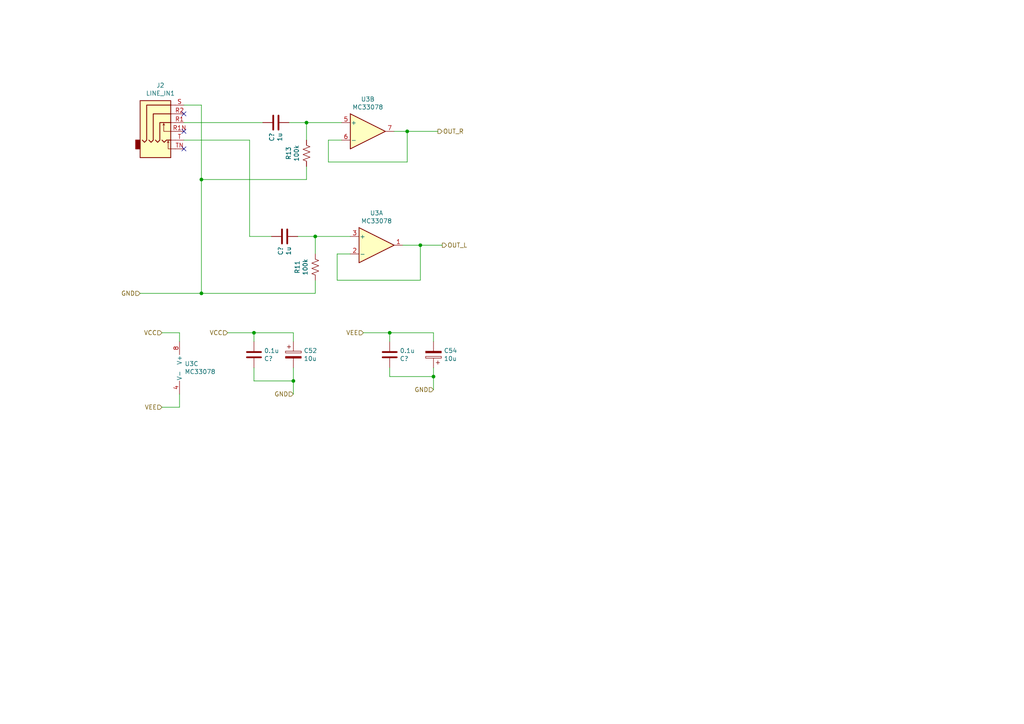
<source format=kicad_sch>
(kicad_sch (version 20230121) (generator eeschema)

  (uuid 476dcca3-be2f-4c87-ba51-8507f1d9b60c)

  (paper "A4")

  (lib_symbols
    (symbol "Amplifier_Operational:MC33078" (pin_names (offset 0.127)) (in_bom yes) (on_board yes)
      (property "Reference" "U" (at 0 5.08 0)
        (effects (font (size 1.27 1.27)) (justify left))
      )
      (property "Value" "MC33078" (at 0 -5.08 0)
        (effects (font (size 1.27 1.27)) (justify left))
      )
      (property "Footprint" "" (at 0 0 0)
        (effects (font (size 1.27 1.27)) hide)
      )
      (property "Datasheet" "https://www.onsemi.com/pub/Collateral/MC33078-D.PDF" (at 0 0 0)
        (effects (font (size 1.27 1.27)) hide)
      )
      (property "ki_locked" "" (at 0 0 0)
        (effects (font (size 1.27 1.27)))
      )
      (property "ki_keywords" "dual opamp" (at 0 0 0)
        (effects (font (size 1.27 1.27)) hide)
      )
      (property "ki_description" "Low Noise, Dual Operational Amplifiers, DIP-8/SOIC-8/SSOP-8" (at 0 0 0)
        (effects (font (size 1.27 1.27)) hide)
      )
      (property "ki_fp_filters" "SOIC*3.9x4.9mm*P1.27mm* DIP*W7.62mm* TO*99* OnSemi*Micro8* TSSOP*3x3mm*P0.65mm* TSSOP*4.4x3mm*P0.65mm* MSOP*3x3mm*P0.65mm* SSOP*3.9x4.9mm*P0.635mm* LFCSP*2x2mm*P0.5mm* *SIP* SOIC*5.3x6.2mm*P1.27mm*" (at 0 0 0)
        (effects (font (size 1.27 1.27)) hide)
      )
      (symbol "MC33078_1_1"
        (polyline
          (pts
            (xy -5.08 5.08)
            (xy 5.08 0)
            (xy -5.08 -5.08)
            (xy -5.08 5.08)
          )
          (stroke (width 0.254) (type default))
          (fill (type background))
        )
        (pin output line (at 7.62 0 180) (length 2.54)
          (name "~" (effects (font (size 1.27 1.27))))
          (number "1" (effects (font (size 1.27 1.27))))
        )
        (pin input line (at -7.62 -2.54 0) (length 2.54)
          (name "-" (effects (font (size 1.27 1.27))))
          (number "2" (effects (font (size 1.27 1.27))))
        )
        (pin input line (at -7.62 2.54 0) (length 2.54)
          (name "+" (effects (font (size 1.27 1.27))))
          (number "3" (effects (font (size 1.27 1.27))))
        )
      )
      (symbol "MC33078_2_1"
        (polyline
          (pts
            (xy -5.08 5.08)
            (xy 5.08 0)
            (xy -5.08 -5.08)
            (xy -5.08 5.08)
          )
          (stroke (width 0.254) (type default))
          (fill (type background))
        )
        (pin input line (at -7.62 2.54 0) (length 2.54)
          (name "+" (effects (font (size 1.27 1.27))))
          (number "5" (effects (font (size 1.27 1.27))))
        )
        (pin input line (at -7.62 -2.54 0) (length 2.54)
          (name "-" (effects (font (size 1.27 1.27))))
          (number "6" (effects (font (size 1.27 1.27))))
        )
        (pin output line (at 7.62 0 180) (length 2.54)
          (name "~" (effects (font (size 1.27 1.27))))
          (number "7" (effects (font (size 1.27 1.27))))
        )
      )
      (symbol "MC33078_3_1"
        (pin power_in line (at -2.54 -7.62 90) (length 3.81)
          (name "V-" (effects (font (size 1.27 1.27))))
          (number "4" (effects (font (size 1.27 1.27))))
        )
        (pin power_in line (at -2.54 7.62 270) (length 3.81)
          (name "V+" (effects (font (size 1.27 1.27))))
          (number "8" (effects (font (size 1.27 1.27))))
        )
      )
    )
    (symbol "Device:C" (pin_numbers hide) (pin_names (offset 0.254)) (in_bom yes) (on_board yes)
      (property "Reference" "C" (at 0.635 2.54 0)
        (effects (font (size 1.27 1.27)) (justify left))
      )
      (property "Value" "C" (at 0.635 -2.54 0)
        (effects (font (size 1.27 1.27)) (justify left))
      )
      (property "Footprint" "" (at 0.9652 -3.81 0)
        (effects (font (size 1.27 1.27)) hide)
      )
      (property "Datasheet" "~" (at 0 0 0)
        (effects (font (size 1.27 1.27)) hide)
      )
      (property "ki_keywords" "cap capacitor" (at 0 0 0)
        (effects (font (size 1.27 1.27)) hide)
      )
      (property "ki_description" "Unpolarized capacitor" (at 0 0 0)
        (effects (font (size 1.27 1.27)) hide)
      )
      (property "ki_fp_filters" "C_*" (at 0 0 0)
        (effects (font (size 1.27 1.27)) hide)
      )
      (symbol "C_0_1"
        (polyline
          (pts
            (xy -2.032 -0.762)
            (xy 2.032 -0.762)
          )
          (stroke (width 0.508) (type default))
          (fill (type none))
        )
        (polyline
          (pts
            (xy -2.032 0.762)
            (xy 2.032 0.762)
          )
          (stroke (width 0.508) (type default))
          (fill (type none))
        )
      )
      (symbol "C_1_1"
        (pin passive line (at 0 3.81 270) (length 2.794)
          (name "~" (effects (font (size 1.27 1.27))))
          (number "1" (effects (font (size 1.27 1.27))))
        )
        (pin passive line (at 0 -3.81 90) (length 2.794)
          (name "~" (effects (font (size 1.27 1.27))))
          (number "2" (effects (font (size 1.27 1.27))))
        )
      )
    )
    (symbol "Device:R_US" (pin_numbers hide) (pin_names (offset 0)) (in_bom yes) (on_board yes)
      (property "Reference" "R" (at 2.54 0 90)
        (effects (font (size 1.27 1.27)))
      )
      (property "Value" "R_US" (at -2.54 0 90)
        (effects (font (size 1.27 1.27)))
      )
      (property "Footprint" "" (at 1.016 -0.254 90)
        (effects (font (size 1.27 1.27)) hide)
      )
      (property "Datasheet" "~" (at 0 0 0)
        (effects (font (size 1.27 1.27)) hide)
      )
      (property "ki_keywords" "R res resistor" (at 0 0 0)
        (effects (font (size 1.27 1.27)) hide)
      )
      (property "ki_description" "Resistor, US symbol" (at 0 0 0)
        (effects (font (size 1.27 1.27)) hide)
      )
      (property "ki_fp_filters" "R_*" (at 0 0 0)
        (effects (font (size 1.27 1.27)) hide)
      )
      (symbol "R_US_0_1"
        (polyline
          (pts
            (xy 0 -2.286)
            (xy 0 -2.54)
          )
          (stroke (width 0) (type default))
          (fill (type none))
        )
        (polyline
          (pts
            (xy 0 2.286)
            (xy 0 2.54)
          )
          (stroke (width 0) (type default))
          (fill (type none))
        )
        (polyline
          (pts
            (xy 0 -0.762)
            (xy 1.016 -1.143)
            (xy 0 -1.524)
            (xy -1.016 -1.905)
            (xy 0 -2.286)
          )
          (stroke (width 0) (type default))
          (fill (type none))
        )
        (polyline
          (pts
            (xy 0 0.762)
            (xy 1.016 0.381)
            (xy 0 0)
            (xy -1.016 -0.381)
            (xy 0 -0.762)
          )
          (stroke (width 0) (type default))
          (fill (type none))
        )
        (polyline
          (pts
            (xy 0 2.286)
            (xy 1.016 1.905)
            (xy 0 1.524)
            (xy -1.016 1.143)
            (xy 0 0.762)
          )
          (stroke (width 0) (type default))
          (fill (type none))
        )
      )
      (symbol "R_US_1_1"
        (pin passive line (at 0 3.81 270) (length 1.27)
          (name "~" (effects (font (size 1.27 1.27))))
          (number "1" (effects (font (size 1.27 1.27))))
        )
        (pin passive line (at 0 -3.81 90) (length 1.27)
          (name "~" (effects (font (size 1.27 1.27))))
          (number "2" (effects (font (size 1.27 1.27))))
        )
      )
    )
    (symbol "usbdac-rescue:AudioJack4_SwitchTR1-Connector" (in_bom yes) (on_board yes)
      (property "Reference" "J" (at 0 11.43 0)
        (effects (font (size 1.27 1.27)))
      )
      (property "Value" "Connector_AudioJack4_SwitchTR1" (at 0 8.89 0)
        (effects (font (size 1.27 1.27)))
      )
      (property "Footprint" "" (at -1.27 0 0)
        (effects (font (size 1.27 1.27)) hide)
      )
      (property "Datasheet" "" (at -1.27 0 0)
        (effects (font (size 1.27 1.27)) hide)
      )
      (property "ki_fp_filters" "Jack*" (at 0 0 0)
        (effects (font (size 1.27 1.27)) hide)
      )
      (symbol "AudioJack4_SwitchTR1-Connector_0_1"
        (rectangle (start -7.62 -5.08) (end -8.89 -7.62)
          (stroke (width 0.254) (type solid))
          (fill (type outline))
        )
        (polyline
          (pts
            (xy 1.27 -5.08)
            (xy 2.54 -5.08)
          )
          (stroke (width 0) (type solid))
          (fill (type none))
        )
        (polyline
          (pts
            (xy 1.27 2.54)
            (xy 2.54 2.54)
          )
          (stroke (width 0) (type solid))
          (fill (type none))
        )
        (polyline
          (pts
            (xy 2.54 0)
            (xy 1.27 0)
          )
          (stroke (width 0) (type solid))
          (fill (type none))
        )
        (polyline
          (pts
            (xy 2.54 5.08)
            (xy 1.27 5.08)
          )
          (stroke (width 0) (type solid))
          (fill (type none))
        )
        (rectangle (start 1.27 6.35) (end -7.62 -10.16)
          (stroke (width 0.254) (type solid))
          (fill (type background))
        )
      )
      (symbol "AudioJack4_SwitchTR1-Connector_1_1"
        (polyline
          (pts
            (xy -0.762 -0.254)
            (xy -0.508 -0.762)
          )
          (stroke (width 0) (type solid))
          (fill (type none))
        )
        (polyline
          (pts
            (xy 0.508 -5.334)
            (xy 0.762 -5.842)
          )
          (stroke (width 0) (type solid))
          (fill (type none))
        )
        (polyline
          (pts
            (xy -1.27 -5.08)
            (xy -0.635 -5.715)
            (xy 0 -5.08)
            (xy 1.27 -5.08)
          )
          (stroke (width 0.254) (type solid))
          (fill (type none))
        )
        (polyline
          (pts
            (xy 2.54 -7.62)
            (xy 0.508 -7.62)
            (xy 0.508 -5.334)
            (xy 0.254 -5.842)
          )
          (stroke (width 0) (type solid))
          (fill (type none))
        )
        (polyline
          (pts
            (xy 2.54 -2.54)
            (xy -0.762 -2.54)
            (xy -0.762 -0.254)
            (xy -1.016 -0.762)
          )
          (stroke (width 0) (type solid))
          (fill (type none))
        )
        (polyline
          (pts
            (xy -3.175 -5.08)
            (xy -2.54 -5.715)
            (xy -1.905 -5.08)
            (xy -1.905 0)
            (xy 1.27 0)
          )
          (stroke (width 0.254) (type solid))
          (fill (type none))
        )
        (polyline
          (pts
            (xy 1.27 2.54)
            (xy -3.81 2.54)
            (xy -3.81 -5.08)
            (xy -4.445 -5.715)
            (xy -5.08 -5.08)
          )
          (stroke (width 0.254) (type solid))
          (fill (type none))
        )
        (polyline
          (pts
            (xy 1.27 5.08)
            (xy -5.715 5.08)
            (xy -5.715 -5.08)
            (xy -6.35 -5.715)
            (xy -6.985 -5.08)
          )
          (stroke (width 0.254) (type solid))
          (fill (type none))
        )
        (pin passive line (at 5.08 0 180) (length 2.54)
          (name "~" (effects (font (size 1.27 1.27))))
          (number "R1" (effects (font (size 1.27 1.27))))
        )
        (pin passive line (at 5.08 -2.54 180) (length 2.54)
          (name "~" (effects (font (size 1.27 1.27))))
          (number "R1N" (effects (font (size 1.27 1.27))))
        )
        (pin passive line (at 5.08 2.54 180) (length 2.54)
          (name "~" (effects (font (size 1.27 1.27))))
          (number "R2" (effects (font (size 1.27 1.27))))
        )
        (pin passive line (at 5.08 5.08 180) (length 2.54)
          (name "~" (effects (font (size 1.27 1.27))))
          (number "S" (effects (font (size 1.27 1.27))))
        )
        (pin passive line (at 5.08 -5.08 180) (length 2.54)
          (name "~" (effects (font (size 1.27 1.27))))
          (number "T" (effects (font (size 1.27 1.27))))
        )
        (pin passive line (at 5.08 -7.62 180) (length 2.54)
          (name "~" (effects (font (size 1.27 1.27))))
          (number "TN" (effects (font (size 1.27 1.27))))
        )
      )
    )
    (symbol "usbdac-rescue:CP-Device" (pin_numbers hide) (pin_names (offset 0.254)) (in_bom yes) (on_board yes)
      (property "Reference" "C" (at 0.635 2.54 0)
        (effects (font (size 1.27 1.27)) (justify left))
      )
      (property "Value" "Device_CP" (at 0.635 -2.54 0)
        (effects (font (size 1.27 1.27)) (justify left))
      )
      (property "Footprint" "" (at 0.9652 -3.81 0)
        (effects (font (size 1.27 1.27)) hide)
      )
      (property "Datasheet" "" (at 0 0 0)
        (effects (font (size 1.27 1.27)) hide)
      )
      (property "ki_fp_filters" "CP_*" (at 0 0 0)
        (effects (font (size 1.27 1.27)) hide)
      )
      (symbol "CP-Device_0_1"
        (rectangle (start -2.286 0.508) (end 2.286 1.016)
          (stroke (width 0) (type solid))
          (fill (type none))
        )
        (polyline
          (pts
            (xy -1.778 2.286)
            (xy -0.762 2.286)
          )
          (stroke (width 0) (type solid))
          (fill (type none))
        )
        (polyline
          (pts
            (xy -1.27 2.794)
            (xy -1.27 1.778)
          )
          (stroke (width 0) (type solid))
          (fill (type none))
        )
        (rectangle (start 2.286 -0.508) (end -2.286 -1.016)
          (stroke (width 0) (type solid))
          (fill (type outline))
        )
      )
      (symbol "CP-Device_1_1"
        (pin passive line (at 0 3.81 270) (length 2.794)
          (name "~" (effects (font (size 1.27 1.27))))
          (number "1" (effects (font (size 1.27 1.27))))
        )
        (pin passive line (at 0 -3.81 90) (length 2.794)
          (name "~" (effects (font (size 1.27 1.27))))
          (number "2" (effects (font (size 1.27 1.27))))
        )
      )
    )
  )

  (junction (at 91.44 68.58) (diameter 0) (color 0 0 0 0)
    (uuid 0b21a74d-5e86-48f5-a0e1-859e811b1393)
  )
  (junction (at 73.66 96.52) (diameter 0) (color 0 0 0 0)
    (uuid 403d13e0-3acb-4392-a29f-dbf83bfc5d0d)
  )
  (junction (at 58.42 85.09) (diameter 0) (color 0 0 0 0)
    (uuid 47b19830-b645-4c93-bd45-5176ebfe356d)
  )
  (junction (at 121.92 71.12) (diameter 0) (color 0 0 0 0)
    (uuid 5e7cbe0a-646c-4066-bc35-955893bff8dc)
  )
  (junction (at 85.09 110.49) (diameter 0) (color 0 0 0 0)
    (uuid 744f9e5d-a561-4e3e-b68d-2bb49a28fe47)
  )
  (junction (at 58.42 52.07) (diameter 0) (color 0 0 0 0)
    (uuid 8ddadbed-914a-4627-a89a-a0064f1135de)
  )
  (junction (at 113.03 96.52) (diameter 0) (color 0 0 0 0)
    (uuid bb0c89b5-7dea-44d4-8ff8-0202a504786a)
  )
  (junction (at 125.73 109.22) (diameter 0) (color 0 0 0 0)
    (uuid d4e5f55e-2337-4711-a1c5-21d160550727)
  )
  (junction (at 88.9 35.56) (diameter 0) (color 0 0 0 0)
    (uuid d5dcfc90-2f02-4c34-9e68-20b21dd08503)
  )
  (junction (at 118.11 38.1) (diameter 0) (color 0 0 0 0)
    (uuid e726203c-6d72-4e1d-ada5-43bc907487cc)
  )

  (no_connect (at 53.34 38.1) (uuid cf482d68-5538-4339-add1-a745ddc2c098))
  (no_connect (at 53.34 43.18) (uuid d6f4a5e9-f0dd-479d-a53e-2ba96bb639f1))
  (no_connect (at 53.34 33.02) (uuid f15c13ec-85c9-4334-ae7c-cf24d3d1948b))

  (wire (pts (xy 88.9 48.26) (xy 88.9 52.07))
    (stroke (width 0) (type default))
    (uuid 0291f0bd-49f6-4f21-9ded-c7ca5ac27ffc)
  )
  (wire (pts (xy 118.11 38.1) (xy 114.3 38.1))
    (stroke (width 0) (type default))
    (uuid 0995ef80-2ee2-4c49-87ca-d19231ba1e5a)
  )
  (wire (pts (xy 118.11 46.99) (xy 118.11 38.1))
    (stroke (width 0) (type default))
    (uuid 0c74ba71-0f89-4e3f-8259-6ae1c75ac1b4)
  )
  (wire (pts (xy 97.79 73.66) (xy 97.79 81.28))
    (stroke (width 0) (type default))
    (uuid 0e7db8d9-e1f3-4a08-b52d-f8a7528a0990)
  )
  (wire (pts (xy 66.04 96.52) (xy 73.66 96.52))
    (stroke (width 0) (type default))
    (uuid 1716d6b9-65f5-4693-9987-34b962c03409)
  )
  (wire (pts (xy 121.92 71.12) (xy 116.84 71.12))
    (stroke (width 0) (type default))
    (uuid 18e3c04e-e235-49d8-9939-fb87ee0bf98f)
  )
  (wire (pts (xy 53.34 30.48) (xy 58.42 30.48))
    (stroke (width 0) (type default))
    (uuid 1a2f97f2-f041-4f17-8622-0d8048594ec2)
  )
  (wire (pts (xy 95.25 40.64) (xy 95.25 46.99))
    (stroke (width 0) (type default))
    (uuid 1e15cdb0-69c5-4701-b883-4395d70932ae)
  )
  (wire (pts (xy 86.36 68.58) (xy 91.44 68.58))
    (stroke (width 0) (type default))
    (uuid 226b85fc-7df0-44eb-ab6d-20cea343ea1a)
  )
  (wire (pts (xy 58.42 52.07) (xy 58.42 85.09))
    (stroke (width 0) (type default))
    (uuid 36f6e704-4bc0-41b7-81ab-c15617d95acc)
  )
  (wire (pts (xy 83.82 35.56) (xy 88.9 35.56))
    (stroke (width 0) (type default))
    (uuid 38d81aa1-e81e-4b60-aacb-70adb8dd9e25)
  )
  (wire (pts (xy 91.44 68.58) (xy 101.6 68.58))
    (stroke (width 0) (type default))
    (uuid 3a64334c-ca8f-4a37-b843-80b7de5cd7db)
  )
  (wire (pts (xy 113.03 96.52) (xy 113.03 99.06))
    (stroke (width 0) (type default))
    (uuid 3f33174e-1ce5-416d-a9ef-138bda2a75e6)
  )
  (wire (pts (xy 88.9 40.64) (xy 88.9 35.56))
    (stroke (width 0) (type default))
    (uuid 3f6b3cd6-ef28-42da-a74d-8bc311b5e1c0)
  )
  (wire (pts (xy 118.11 38.1) (xy 127 38.1))
    (stroke (width 0) (type default))
    (uuid 425b10d3-17d7-42df-8478-a9dd97b089ce)
  )
  (wire (pts (xy 58.42 85.09) (xy 91.44 85.09))
    (stroke (width 0) (type default))
    (uuid 42d3d426-a852-481a-9930-33ab515f86e9)
  )
  (wire (pts (xy 46.99 118.11) (xy 52.07 118.11))
    (stroke (width 0) (type default))
    (uuid 42f2ebe7-6dc0-43f1-8e77-535ea3eb416a)
  )
  (wire (pts (xy 91.44 73.66) (xy 91.44 68.58))
    (stroke (width 0) (type default))
    (uuid 43bc04ba-4f20-4b59-b91a-a4b852d584e1)
  )
  (wire (pts (xy 95.25 46.99) (xy 118.11 46.99))
    (stroke (width 0) (type default))
    (uuid 48315898-780d-4f68-8269-90da915ac0a0)
  )
  (wire (pts (xy 125.73 106.68) (xy 125.73 109.22))
    (stroke (width 0) (type default))
    (uuid 48477bf2-0507-4d6c-b540-c1d1f07668a0)
  )
  (wire (pts (xy 40.64 85.09) (xy 58.42 85.09))
    (stroke (width 0) (type default))
    (uuid 51a0ab2a-352b-4584-bc66-5a4fc0f01663)
  )
  (wire (pts (xy 91.44 81.28) (xy 91.44 85.09))
    (stroke (width 0) (type default))
    (uuid 51c15716-aaf6-4641-b8c6-9aecc6ca273d)
  )
  (wire (pts (xy 113.03 106.68) (xy 113.03 109.22))
    (stroke (width 0) (type default))
    (uuid 55d6519d-5415-4cbe-b522-666433d3344e)
  )
  (wire (pts (xy 88.9 35.56) (xy 99.06 35.56))
    (stroke (width 0) (type default))
    (uuid 5f35f260-97cd-4445-b930-2f27ea7c56b0)
  )
  (wire (pts (xy 97.79 81.28) (xy 121.92 81.28))
    (stroke (width 0) (type default))
    (uuid 616e61ef-84d3-4df6-8bee-4451c4360fe4)
  )
  (wire (pts (xy 72.39 68.58) (xy 78.74 68.58))
    (stroke (width 0) (type default))
    (uuid 61be3d3b-1bcf-4988-9bd8-ffe4786063e1)
  )
  (wire (pts (xy 85.09 96.52) (xy 85.09 99.06))
    (stroke (width 0) (type default))
    (uuid 6431be38-d576-4d14-a3e6-1ab12790610c)
  )
  (wire (pts (xy 121.92 71.12) (xy 128.27 71.12))
    (stroke (width 0) (type default))
    (uuid 721a1fe3-9f58-4d29-b20d-2ee551b649aa)
  )
  (wire (pts (xy 46.99 96.52) (xy 52.07 96.52))
    (stroke (width 0) (type default))
    (uuid 7471b12a-d564-430a-8634-f8f5202cd587)
  )
  (wire (pts (xy 125.73 109.22) (xy 125.73 113.03))
    (stroke (width 0) (type default))
    (uuid 7c18284a-a4bd-4a7a-b5ae-5fd1d8751f5c)
  )
  (wire (pts (xy 121.92 81.28) (xy 121.92 71.12))
    (stroke (width 0) (type default))
    (uuid 7cc21120-7b98-4f22-bd1f-97aa62eb3895)
  )
  (wire (pts (xy 73.66 96.52) (xy 73.66 99.06))
    (stroke (width 0) (type default))
    (uuid 8adb23a3-b2fd-42e6-bc00-d2c5673468cc)
  )
  (wire (pts (xy 53.34 40.64) (xy 72.39 40.64))
    (stroke (width 0) (type default))
    (uuid 8e29c941-0115-4eae-9e05-68383c2e1de8)
  )
  (wire (pts (xy 72.39 40.64) (xy 72.39 68.58))
    (stroke (width 0) (type default))
    (uuid 9049a1d5-108c-4032-aec8-7b0fdfb12a03)
  )
  (wire (pts (xy 52.07 99.06) (xy 52.07 96.52))
    (stroke (width 0) (type default))
    (uuid 9190488f-6e31-4979-949e-d2d081404454)
  )
  (wire (pts (xy 101.6 73.66) (xy 97.79 73.66))
    (stroke (width 0) (type default))
    (uuid 9a37d9c6-61eb-494f-8720-65f063da6b78)
  )
  (wire (pts (xy 52.07 114.3) (xy 52.07 118.11))
    (stroke (width 0) (type default))
    (uuid a5ec7c37-fa91-4be5-b051-a4017091fe8c)
  )
  (wire (pts (xy 105.41 96.52) (xy 113.03 96.52))
    (stroke (width 0) (type default))
    (uuid a82f1802-3e36-4a7d-b603-aadf2633987c)
  )
  (wire (pts (xy 73.66 106.68) (xy 73.66 110.49))
    (stroke (width 0) (type default))
    (uuid a8423235-3a4a-4038-b798-59e61defb648)
  )
  (wire (pts (xy 99.06 40.64) (xy 95.25 40.64))
    (stroke (width 0) (type default))
    (uuid b01efe45-7f1d-4de4-bf11-2ba7ef1ba435)
  )
  (wire (pts (xy 85.09 110.49) (xy 85.09 106.68))
    (stroke (width 0) (type default))
    (uuid c124efb8-c4cd-4ca1-a9fe-7cb46fbb2bfc)
  )
  (wire (pts (xy 113.03 96.52) (xy 125.73 96.52))
    (stroke (width 0) (type default))
    (uuid cc89607b-bde5-472e-8656-4af0626041d0)
  )
  (wire (pts (xy 85.09 110.49) (xy 85.09 114.3))
    (stroke (width 0) (type default))
    (uuid da9f0ad9-c48e-4890-a6dd-98f37e5848fd)
  )
  (wire (pts (xy 58.42 30.48) (xy 58.42 52.07))
    (stroke (width 0) (type default))
    (uuid db111a16-0ee3-466b-b4f3-f16d5faafd05)
  )
  (wire (pts (xy 73.66 96.52) (xy 85.09 96.52))
    (stroke (width 0) (type default))
    (uuid e4fbe9b8-21ac-40ab-aa9f-3f61de6a73f6)
  )
  (wire (pts (xy 53.34 35.56) (xy 76.2 35.56))
    (stroke (width 0) (type default))
    (uuid edf382bc-2c26-4419-a295-8333a62ba563)
  )
  (wire (pts (xy 125.73 109.22) (xy 113.03 109.22))
    (stroke (width 0) (type default))
    (uuid ee3eb1ad-c590-43db-90d8-3e1859fdca9f)
  )
  (wire (pts (xy 58.42 52.07) (xy 88.9 52.07))
    (stroke (width 0) (type default))
    (uuid efbf3469-f8ba-411d-a55a-d46508b35c7e)
  )
  (wire (pts (xy 125.73 96.52) (xy 125.73 99.06))
    (stroke (width 0) (type default))
    (uuid f244dc8e-fdb1-4083-81ae-47a6648274dd)
  )
  (wire (pts (xy 73.66 110.49) (xy 85.09 110.49))
    (stroke (width 0) (type default))
    (uuid fb61d54d-6a0f-4e89-8e38-8677482ba187)
  )

  (hierarchical_label "GND" (shape input) (at 40.64 85.09 180) (fields_autoplaced)
    (effects (font (size 1.27 1.27)) (justify right))
    (uuid 038efd0a-c8da-4948-a590-a313fdbba6c0)
  )
  (hierarchical_label "VEE" (shape input) (at 46.99 118.11 180) (fields_autoplaced)
    (effects (font (size 1.27 1.27)) (justify right))
    (uuid 059d4131-daed-4466-8d9a-091990dcc89c)
  )
  (hierarchical_label "OUT_R" (shape output) (at 127 38.1 0) (fields_autoplaced)
    (effects (font (size 1.27 1.27)) (justify left))
    (uuid 4e8e8935-3d3d-439a-be78-aa8f1282feff)
  )
  (hierarchical_label "OUT_L" (shape output) (at 128.27 71.12 0) (fields_autoplaced)
    (effects (font (size 1.27 1.27)) (justify left))
    (uuid 65951001-f0a0-400d-a5cb-c3ab45971383)
  )
  (hierarchical_label "VCC" (shape input) (at 46.99 96.52 180) (fields_autoplaced)
    (effects (font (size 1.27 1.27)) (justify right))
    (uuid 6a25f1a0-fcda-42f3-b283-169fe050973b)
  )
  (hierarchical_label "GND" (shape input) (at 85.09 114.3 180) (fields_autoplaced)
    (effects (font (size 1.27 1.27)) (justify right))
    (uuid a5c2409d-bf7c-4444-8a2c-a6ffc632fa8c)
  )
  (hierarchical_label "GND" (shape input) (at 125.73 113.03 180) (fields_autoplaced)
    (effects (font (size 1.27 1.27)) (justify right))
    (uuid c0ce4357-1250-4506-8fc6-247e05a67135)
  )
  (hierarchical_label "VEE" (shape input) (at 105.41 96.52 180) (fields_autoplaced)
    (effects (font (size 1.27 1.27)) (justify right))
    (uuid d552e838-4647-40bc-9df7-84c6b8f00506)
  )
  (hierarchical_label "VCC" (shape input) (at 66.04 96.52 180) (fields_autoplaced)
    (effects (font (size 1.27 1.27)) (justify right))
    (uuid d99ee4d2-b40e-470b-9e25-537b40c92307)
  )

  (symbol (lib_id "Device:C") (at 73.66 102.87 0) (mirror y) (unit 1)
    (in_bom yes) (on_board yes) (dnp no)
    (uuid 00000000-0000-0000-0000-000063d62dd9)
    (property "Reference" "C?" (at 76.581 104.0384 0)
      (effects (font (size 1.27 1.27)) (justify right))
    )
    (property "Value" "0.1u" (at 76.581 101.727 0)
      (effects (font (size 1.27 1.27)) (justify right))
    )
    (property "Footprint" "Capacitor_SMD:C_0603_1608Metric" (at 72.6948 106.68 0)
      (effects (font (size 1.27 1.27)) hide)
    )
    (property "Datasheet" "~" (at 73.66 102.87 0)
      (effects (font (size 1.27 1.27)) hide)
    )
    (pin "1" (uuid c48b1d46-b76d-4653-aada-98f5d61eb772))
    (pin "2" (uuid 1254c933-9eac-47dd-8b6f-90259d5158dc))
    (instances
      (project "usbdac"
        (path "/d1c9d0ec-7d09-4a8b-b15d-504a9295cae6"
          (reference "C?") (unit 1)
        )
        (path "/d1c9d0ec-7d09-4a8b-b15d-504a9295cae6/00000000-0000-0000-0000-000064d59864"
          (reference "C51") (unit 1)
        )
      )
    )
  )

  (symbol (lib_id "Device:C") (at 113.03 102.87 0) (mirror y) (unit 1)
    (in_bom yes) (on_board yes) (dnp no)
    (uuid 00000000-0000-0000-0000-000063d62de3)
    (property "Reference" "C?" (at 115.951 104.0384 0)
      (effects (font (size 1.27 1.27)) (justify right))
    )
    (property "Value" "0.1u" (at 115.951 101.727 0)
      (effects (font (size 1.27 1.27)) (justify right))
    )
    (property "Footprint" "Capacitor_SMD:C_0603_1608Metric" (at 112.0648 106.68 0)
      (effects (font (size 1.27 1.27)) hide)
    )
    (property "Datasheet" "~" (at 113.03 102.87 0)
      (effects (font (size 1.27 1.27)) hide)
    )
    (pin "1" (uuid 028c3730-db3b-48ea-96d1-0cf0096b5e99))
    (pin "2" (uuid 6e948a42-f17a-411f-af0d-e71c1884445e))
    (instances
      (project "usbdac"
        (path "/d1c9d0ec-7d09-4a8b-b15d-504a9295cae6"
          (reference "C?") (unit 1)
        )
        (path "/d1c9d0ec-7d09-4a8b-b15d-504a9295cae6/00000000-0000-0000-0000-000064d59864"
          (reference "C53") (unit 1)
        )
      )
    )
  )

  (symbol (lib_id "usbdac-rescue:CP-Device") (at 85.09 102.87 0) (unit 1)
    (in_bom yes) (on_board yes) (dnp no)
    (uuid 00000000-0000-0000-0000-000063d62df3)
    (property "Reference" "C52" (at 88.0872 101.7016 0)
      (effects (font (size 1.27 1.27)) (justify left))
    )
    (property "Value" "10u" (at 88.0872 104.013 0)
      (effects (font (size 1.27 1.27)) (justify left))
    )
    (property "Footprint" "Capacitor_SMD:CP_Elec_4x3.9" (at 86.0552 106.68 0)
      (effects (font (size 1.27 1.27)) hide)
    )
    (property "Datasheet" "~" (at 85.09 102.87 0)
      (effects (font (size 1.27 1.27)) hide)
    )
    (pin "1" (uuid cb75e222-80b4-4934-9d48-959da60a3d2b))
    (pin "2" (uuid dc542a3d-bf09-48ea-93e3-f8731e0f4856))
    (instances
      (project "usbdac"
        (path "/d1c9d0ec-7d09-4a8b-b15d-504a9295cae6/00000000-0000-0000-0000-000064d59864"
          (reference "C52") (unit 1)
        )
      )
    )
  )

  (symbol (lib_id "usbdac-rescue:CP-Device") (at 125.73 102.87 180) (unit 1)
    (in_bom yes) (on_board yes) (dnp no)
    (uuid 00000000-0000-0000-0000-000063d62e05)
    (property "Reference" "C54" (at 128.7272 101.7016 0)
      (effects (font (size 1.27 1.27)) (justify right))
    )
    (property "Value" "10u" (at 128.7272 104.013 0)
      (effects (font (size 1.27 1.27)) (justify right))
    )
    (property "Footprint" "Capacitor_SMD:CP_Elec_4x3.9" (at 124.7648 99.06 0)
      (effects (font (size 1.27 1.27)) hide)
    )
    (property "Datasheet" "~" (at 125.73 102.87 0)
      (effects (font (size 1.27 1.27)) hide)
    )
    (pin "1" (uuid 399c981c-eecf-4f8a-80a8-3f3454642c30))
    (pin "2" (uuid f9e81745-0b04-438c-b99f-2f1e2d8650ff))
    (instances
      (project "usbdac"
        (path "/d1c9d0ec-7d09-4a8b-b15d-504a9295cae6/00000000-0000-0000-0000-000064d59864"
          (reference "C54") (unit 1)
        )
      )
    )
  )

  (symbol (lib_id "Amplifier_Operational:MC33078") (at 109.22 71.12 0) (unit 1)
    (in_bom yes) (on_board yes) (dnp no)
    (uuid 00000000-0000-0000-0000-000064db7414)
    (property "Reference" "U3" (at 109.22 61.7982 0)
      (effects (font (size 1.27 1.27)))
    )
    (property "Value" "MC33078" (at 109.22 64.1096 0)
      (effects (font (size 1.27 1.27)))
    )
    (property "Footprint" "Package_SO:SO-8_3.9x4.9mm_P1.27mm" (at 109.22 71.12 0)
      (effects (font (size 1.27 1.27)) hide)
    )
    (property "Datasheet" "https://www.onsemi.com/pub/Collateral/MC33078-D.PDF" (at 109.22 71.12 0)
      (effects (font (size 1.27 1.27)) hide)
    )
    (pin "1" (uuid 31d03ee0-33f2-45fe-83fc-ff254107d61b))
    (pin "2" (uuid f45c58be-fa95-4d58-9324-cf8a5e1bf829))
    (pin "3" (uuid 7e95f5d6-a4cb-42e1-9ec9-dd1afc354005))
    (pin "5" (uuid 55df5d51-0fe3-4f63-b5f8-3ef1be13b499))
    (pin "6" (uuid 93050ed2-5e4f-48cf-a43f-01ef5aa57870))
    (pin "7" (uuid a0a587ce-7f38-48ff-b3b8-58c105a9e669))
    (pin "4" (uuid c20471e2-e7e4-4ddc-9126-ff0dca666b47))
    (pin "8" (uuid 70383265-ce28-466b-901a-c942258a4e7f))
    (instances
      (project "usbdac"
        (path "/d1c9d0ec-7d09-4a8b-b15d-504a9295cae6/00000000-0000-0000-0000-000064d59864"
          (reference "U3") (unit 1)
        )
      )
    )
  )

  (symbol (lib_id "Amplifier_Operational:MC33078") (at 106.68 38.1 0) (unit 2)
    (in_bom yes) (on_board yes) (dnp no)
    (uuid 00000000-0000-0000-0000-000064db741a)
    (property "Reference" "U3" (at 106.68 28.7782 0)
      (effects (font (size 1.27 1.27)))
    )
    (property "Value" "MC33078" (at 106.68 31.0896 0)
      (effects (font (size 1.27 1.27)))
    )
    (property "Footprint" "Package_SO:SO-8_3.9x4.9mm_P1.27mm" (at 106.68 38.1 0)
      (effects (font (size 1.27 1.27)) hide)
    )
    (property "Datasheet" "https://www.onsemi.com/pub/Collateral/MC33078-D.PDF" (at 106.68 38.1 0)
      (effects (font (size 1.27 1.27)) hide)
    )
    (pin "1" (uuid 1ddf6b0f-2dde-4624-a45a-c613d5f75f25))
    (pin "2" (uuid e2e3416d-788b-4b58-b069-de4f86484b78))
    (pin "3" (uuid c2b4b33b-b835-4bac-bcaa-8b77cd547fd8))
    (pin "5" (uuid 4aa6989a-5506-4355-93f1-9a8570537adc))
    (pin "6" (uuid 597e1056-a18e-4e8c-8dfd-6186e3d79134))
    (pin "7" (uuid 26b7cb61-a573-4b55-827d-62daaf54e489))
    (pin "4" (uuid dafb9b55-3bda-4fe3-bd4b-0d37dcccd95c))
    (pin "8" (uuid dd0f1ae8-3175-40ef-a620-0ee776475994))
    (instances
      (project "usbdac"
        (path "/d1c9d0ec-7d09-4a8b-b15d-504a9295cae6/00000000-0000-0000-0000-000064d59864"
          (reference "U3") (unit 2)
        )
      )
    )
  )

  (symbol (lib_id "Device:C") (at 82.55 68.58 270) (mirror x) (unit 1)
    (in_bom yes) (on_board yes) (dnp no)
    (uuid 00000000-0000-0000-0000-000064db7434)
    (property "Reference" "C?" (at 81.3816 71.501 0)
      (effects (font (size 1.27 1.27)) (justify right))
    )
    (property "Value" "1u" (at 83.693 71.501 0)
      (effects (font (size 1.27 1.27)) (justify right))
    )
    (property "Footprint" "Capacitor_SMD:C_0603_1608Metric" (at 78.74 67.6148 0)
      (effects (font (size 1.27 1.27)) hide)
    )
    (property "Datasheet" "~" (at 82.55 68.58 0)
      (effects (font (size 1.27 1.27)) hide)
    )
    (pin "1" (uuid 42d20951-b5a3-401a-97c8-7269ba7f40c4))
    (pin "2" (uuid 6cd085b3-e7aa-49f3-9c1d-5cf5521a3c2a))
    (instances
      (project "usbdac"
        (path "/d1c9d0ec-7d09-4a8b-b15d-504a9295cae6"
          (reference "C?") (unit 1)
        )
        (path "/d1c9d0ec-7d09-4a8b-b15d-504a9295cae6/00000000-0000-0000-0000-000064d59864"
          (reference "C26") (unit 1)
        )
      )
    )
  )

  (symbol (lib_id "Device:R_US") (at 91.44 77.47 180) (unit 1)
    (in_bom yes) (on_board yes) (dnp no)
    (uuid 00000000-0000-0000-0000-000064db743b)
    (property "Reference" "R11" (at 86.233 77.47 90)
      (effects (font (size 1.27 1.27)))
    )
    (property "Value" "100k" (at 88.5444 77.47 90)
      (effects (font (size 1.27 1.27)))
    )
    (property "Footprint" "Resistor_SMD:R_0603_1608Metric" (at 90.424 77.216 90)
      (effects (font (size 1.27 1.27)) hide)
    )
    (property "Datasheet" "~" (at 91.44 77.47 0)
      (effects (font (size 1.27 1.27)) hide)
    )
    (pin "1" (uuid 967218d5-0c99-474a-9d81-6c64afba302b))
    (pin "2" (uuid c4b02e39-be13-4902-96aa-081c5142e308))
    (instances
      (project "usbdac"
        (path "/d1c9d0ec-7d09-4a8b-b15d-504a9295cae6/00000000-0000-0000-0000-000064d59864"
          (reference "R11") (unit 1)
        )
      )
    )
  )

  (symbol (lib_id "Device:C") (at 80.01 35.56 270) (mirror x) (unit 1)
    (in_bom yes) (on_board yes) (dnp no)
    (uuid 00000000-0000-0000-0000-000064db744d)
    (property "Reference" "C?" (at 78.8416 38.481 0)
      (effects (font (size 1.27 1.27)) (justify right))
    )
    (property "Value" "1u" (at 81.153 38.481 0)
      (effects (font (size 1.27 1.27)) (justify right))
    )
    (property "Footprint" "Capacitor_SMD:C_0603_1608Metric" (at 76.2 34.5948 0)
      (effects (font (size 1.27 1.27)) hide)
    )
    (property "Datasheet" "~" (at 80.01 35.56 0)
      (effects (font (size 1.27 1.27)) hide)
    )
    (pin "1" (uuid 6399075a-4880-45ff-9cbc-df75dd41d037))
    (pin "2" (uuid ae51315e-2e1d-4576-8a9a-ab98314b67f8))
    (instances
      (project "usbdac"
        (path "/d1c9d0ec-7d09-4a8b-b15d-504a9295cae6"
          (reference "C?") (unit 1)
        )
        (path "/d1c9d0ec-7d09-4a8b-b15d-504a9295cae6/00000000-0000-0000-0000-000064d59864"
          (reference "C28") (unit 1)
        )
      )
    )
  )

  (symbol (lib_id "Device:R_US") (at 88.9 44.45 180) (unit 1)
    (in_bom yes) (on_board yes) (dnp no)
    (uuid 00000000-0000-0000-0000-000064db7454)
    (property "Reference" "R13" (at 83.693 44.45 90)
      (effects (font (size 1.27 1.27)))
    )
    (property "Value" "100k" (at 86.0044 44.45 90)
      (effects (font (size 1.27 1.27)))
    )
    (property "Footprint" "Resistor_SMD:R_0603_1608Metric" (at 87.884 44.196 90)
      (effects (font (size 1.27 1.27)) hide)
    )
    (property "Datasheet" "~" (at 88.9 44.45 0)
      (effects (font (size 1.27 1.27)) hide)
    )
    (pin "1" (uuid 22f1f925-f632-44f9-a003-1355dc8b0b87))
    (pin "2" (uuid f4b46a42-0ed6-415f-bc11-7ac8c3442238))
    (instances
      (project "usbdac"
        (path "/d1c9d0ec-7d09-4a8b-b15d-504a9295cae6/00000000-0000-0000-0000-000064d59864"
          (reference "R13") (unit 1)
        )
      )
    )
  )

  (symbol (lib_id "Amplifier_Operational:MC33078") (at 54.61 106.68 0) (unit 3)
    (in_bom yes) (on_board yes) (dnp no)
    (uuid 00000000-0000-0000-0000-000064db74ad)
    (property "Reference" "U3" (at 53.5432 105.5116 0)
      (effects (font (size 1.27 1.27)) (justify left))
    )
    (property "Value" "MC33078" (at 53.5432 107.823 0)
      (effects (font (size 1.27 1.27)) (justify left))
    )
    (property "Footprint" "Package_SO:SO-8_3.9x4.9mm_P1.27mm" (at 54.61 106.68 0)
      (effects (font (size 1.27 1.27)) hide)
    )
    (property "Datasheet" "https://www.onsemi.com/pub/Collateral/MC33078-D.PDF" (at 54.61 106.68 0)
      (effects (font (size 1.27 1.27)) hide)
    )
    (pin "1" (uuid be5df8e2-542e-4e41-aaa3-1aa59e90cf9a))
    (pin "2" (uuid e4c9fc17-e185-406f-a3f2-c2d87b50e7c2))
    (pin "3" (uuid ddafb627-8c5f-4de6-9b37-07e0770f9cdc))
    (pin "5" (uuid ee1ae143-fe92-4cfa-b7b8-f95ba9c4df3a))
    (pin "6" (uuid 2a326bf6-57f1-45cf-aece-4d28b16c4218))
    (pin "7" (uuid a5dcfe08-48bb-43ba-877d-db8a4cedcbb8))
    (pin "4" (uuid d66202bc-e464-475f-98a5-f63dfc8c1b5f))
    (pin "8" (uuid cc70711e-5c63-465a-a3f3-378188a349b1))
    (instances
      (project "usbdac"
        (path "/d1c9d0ec-7d09-4a8b-b15d-504a9295cae6/00000000-0000-0000-0000-000064d59864"
          (reference "U3") (unit 3)
        )
      )
    )
  )

  (symbol (lib_id "usbdac-rescue:AudioJack4_SwitchTR1-Connector") (at 48.26 35.56 0) (unit 1)
    (in_bom yes) (on_board yes) (dnp no)
    (uuid 00000000-0000-0000-0000-0000665ffb58)
    (property "Reference" "J2" (at 46.5328 24.765 0)
      (effects (font (size 1.27 1.27)))
    )
    (property "Value" "LINE_IN1" (at 46.5328 27.0764 0)
      (effects (font (size 1.27 1.27)))
    )
    (property "Footprint" "Connector_Audio:Jack_3.5mm_PJ31060-I_Horizontal" (at 46.99 35.56 0)
      (effects (font (size 1.27 1.27)) hide)
    )
    (property "Datasheet" "~" (at 46.99 35.56 0)
      (effects (font (size 1.27 1.27)) hide)
    )
    (pin "R1" (uuid 13946c34-e81b-4730-a457-b3ab27232cfd))
    (pin "R1N" (uuid a7726c58-9345-496a-a7e9-00365c164769))
    (pin "R2" (uuid b64799d8-7971-4c25-b135-143363d8f68c))
    (pin "S" (uuid 2416f199-9b4d-461f-8246-3b7dc74b4474))
    (pin "T" (uuid 6c2ad00a-01bd-4b37-b591-9d19917be7f2))
    (pin "TN" (uuid 34822df2-2daa-49cd-8196-50b6374692bb))
    (instances
      (project "usbdac"
        (path "/d1c9d0ec-7d09-4a8b-b15d-504a9295cae6"
          (reference "J2") (unit 1)
        )
        (path "/d1c9d0ec-7d09-4a8b-b15d-504a9295cae6/00000000-0000-0000-0000-000064d59864"
          (reference "J2") (unit 1)
        )
      )
    )
  )
)

</source>
